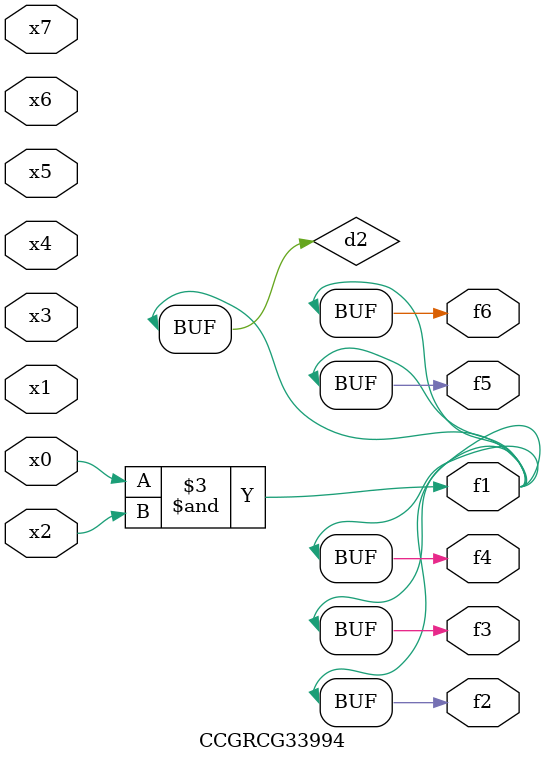
<source format=v>
module CCGRCG33994(
	input x0, x1, x2, x3, x4, x5, x6, x7,
	output f1, f2, f3, f4, f5, f6
);

	wire d1, d2;

	nor (d1, x3, x6);
	and (d2, x0, x2);
	assign f1 = d2;
	assign f2 = d2;
	assign f3 = d2;
	assign f4 = d2;
	assign f5 = d2;
	assign f6 = d2;
endmodule

</source>
